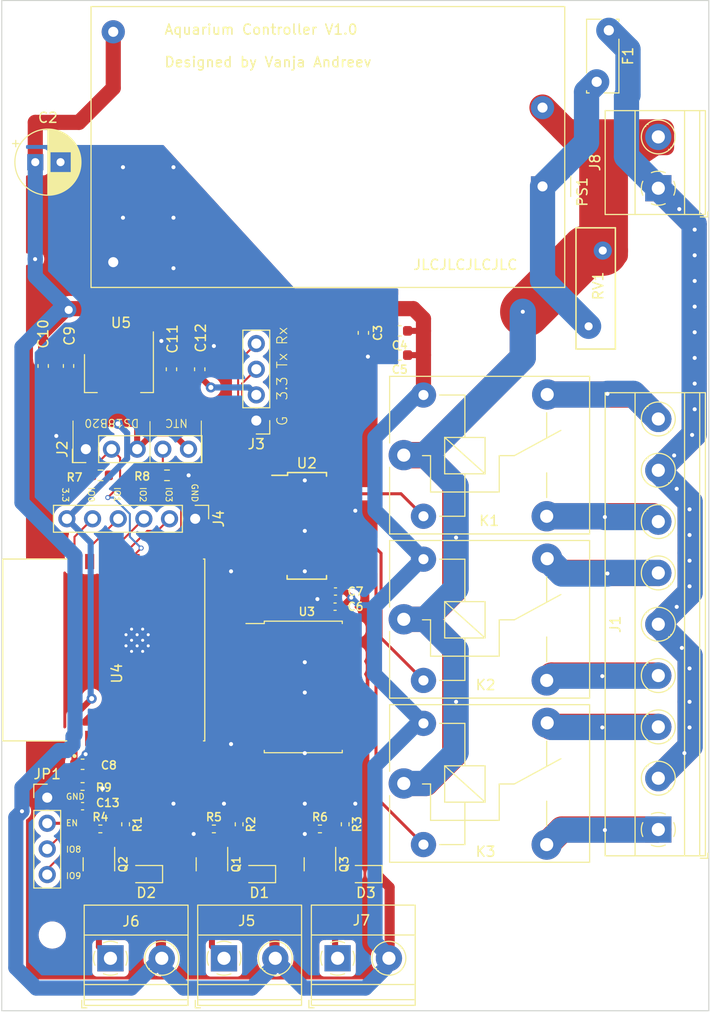
<source format=kicad_pcb>
(kicad_pcb (version 20221018) (generator pcbnew)
  (layers (0 "F.Cu" signal) (31 "B.Cu" signal) (35 "F.Paste" user) (37 "F.SilkS" user "F.Silkscreen") (38 "B.Mask" user) (39 "F.Mask" user) (44 "Edge.Cuts" user))
  (net 0 "")
  (net 1 "/rel1")
  (net 2 "+5V")
  (net 3 "/Relay1/NO")
  (net 4 "/Relay2/NC")
  (net 5 "/Relay3/NO")
  (net 6 "/Relay3/NC")
  (net 7 "/Relay1/NC")
  (net 8 "/Relay2/NO")
  (net 9 "/rel2")
  (net 10 "/rel3")
  (net 11 "/RS1")
  (net 12 "/RS2")
  (net 13 "/RS3")
  (net 14 "/RS5")
  (net 15 "/RS6")
  (net 16 "/RS7")
  (net 17 "GND")
  (net 19 "Net-(D1-A)")
  (net 20 "Net-(D2-A)")
  (net 21 "Net-(D3-A)")
  (net 22 "/rel6")
  (net 23 "/rel5")
  (net 24 "/rel7")
  (net 30 "Net-(Q1-G)")
  (net 31 "Net-(Q2-G)")
  (net 32 "Net-(Q3-G)")
  (net 33 "+3.3V")
  (net 34 "/RX")
  (net 35 "/TS1")
  (net 36 "/TS2")
  (net 37 "/TX")
  (net 39 "/IO3")
  (net 40 "/IO1")
  (net 41 "AL{slash}N")
  (net 42 "AL{slash}L")
  (net 43 "/IO0")
  (net 44 "/EN")
  (net 45 "/IO9")
  (net 46 "/IO8")
  (net 47 "Net-(#FLG04-pwr)")
  (net 48 "/IO2")
  (footprint "Capacitor_SMD:C_0603_1608Metric" (layer "F.Cu") (at 164.1 56.675 -90)
    (fp_text reference "C10")
    (fp_text value "0.1uF")
  )
  (footprint "ProjectLibrary:Converter_ACDC_HiLink_HLK-10Mxx" (layer "F.Cu") (at 213.5375 38.9 180)
    (fp_text reference "PS1")
    (fp_text value "HLK-PM01" hide)
  )
  (footprint "Connector_PinHeader_2.54mm:PinHeader_1x04_P2.54mm_Vertical" (layer "F.Cu") (at 164.5 99.4)
    (fp_text reference "JP1")
    (fp_text value "rst")
  )
  (footprint "ProjectLibrary:MODULE_ESP32-C3-WROOM-02-H4" (layer "F.Cu") (at 170.1 84.785 90)
    (fp_text reference "U4")
    (fp_text value "ESP32-C3-WROOM-02-N4")
  )
  (footprint "Diode_SMD:D_SOD-323" (layer "F.Cu") (at 185.5 106.97 180)
    (fp_text reference "D1")
    (fp_text value "1N4148WS")
  )
  (footprint "Resistor_SMD:R_0402_1005Metric" (layer "F.Cu") (at 191.5 102.5)
    (fp_text reference "R6")
    (fp_text value "10K")
  )
  (footprint "Resistor_SMD:R_0402_1005Metric" (layer "F.Cu") (at 183.5 102.04 -90)
    (fp_text reference "R2")
    (fp_text value "100")
  )
  (footprint "Diode_SMD:D_SOD-323" (layer "F.Cu") (at 196.05 106.97 180)
    (fp_text reference "D3")
    (fp_text value "1N4148WS")
  )
  (footprint "Relay_THT:Relay_SPDT_SANYOU_SRD_Series_Form_C" (layer "F.Cu") (at 199.8 65.5)
    (fp_text reference "K1")
    (fp_text value "SANYOU_SRD_Form_C")
  )
  (footprint "Capacitor_SMD:C_0603_1608Metric" (layer "F.Cu") (at 179.6 57 90)
    (fp_text reference "C12")
    (fp_text value "10uF")
  )
  (footprint "Capacitor_SMD:C_0402_1005Metric" (layer "F.Cu") (at 193.04 79)
    (fp_text reference "C7")
    (fp_text value "1uF")
  )
  (footprint "Relay_THT:Relay_SPDT_SANYOU_SRD_Series_Form_C" (layer "F.Cu") (at 199.8 81.75)
    (fp_text reference "K2")
    (fp_text value "SANYOU_SRD_Form_C")
  )
  (footprint "MountingHole:MountingHole_2.2mm_M2" (layer "F.Cu") (at 225 113)
    (fp_text reference "H4" hide)
    (fp_text value "MountingHole" hide)
  )
  (footprint "Capacitor_SMD:C_0603_1608Metric" (layer "F.Cu") (at 176.8 57 90)
    (fp_text reference "C11")
    (fp_text value "0.1uF")
  )
  (footprint "ProjectLibrary:NetTie-2_SMD_Pad0.2mm" (layer "F.Cu") (at 166.7 102.5 180)
    (fp_text reference "NT1" hide)
    (fp_text value "~" hide)
  )
  (footprint "Connector_PinHeader_2.54mm:PinHeader_1x05_P2.54mm_Vertical" (layer "F.Cu") (at 168.325 64.9095 90)
    (fp_text reference "J2")
    (fp_text value "Conn_01x03")
  )
  (footprint "Capacitor_THT:CP_Radial_D6.3mm_P2.50mm" (layer "F.Cu") (at 163.317621 36.5)
    (fp_text reference "C2")
    (fp_text value "220uF")
  )
  (footprint "Package_TO_SOT_SMD:SOT-23" (layer "F.Cu") (at 191.5 106 -90)
    (fp_text reference "Q3")
    (fp_text value "AO3400A")
  )
  (footprint "MountingHole:MountingHole_2.2mm_M2" (layer "F.Cu") (at 225 28)
    (fp_text reference "H1" hide)
    (fp_text value "MountingHole" hide)
  )
  (footprint "Resistor_SMD:R_0402_1005Metric" (layer "F.Cu") (at 169.76 102.5)
    (fp_text reference "R4")
    (fp_text value "10K")
  )
  (footprint "TerminalBlock_Phoenix:TerminalBlock_Phoenix_MKDS-1,5-2-5.08_1x02_P5.08mm_Horizontal" (layer "F.Cu") (at 225 39.08 90)
    (fp_text reference "J8")
    (fp_text value "Conn_01x02")
  )
  (footprint "Capacitor_SMD:C_0402_1005Metric" (layer "F.Cu") (at 168 100.25 180)
    (fp_text reference "C13")
    (fp_text value "1uF")
  )
  (footprint "Capacitor_SMD:C_0603_1608Metric" (layer "F.Cu") (at 199.4 53.2 180)
    (fp_text reference "C4")
    (fp_text value "10uF")
  )
  (footprint "Diode_SMD:D_SOD-323" (layer "F.Cu") (at 174.31 106.97 180)
    (fp_text reference "D2")
    (fp_text value "1N4148WS")
  )
  (footprint "Package_TO_SOT_SMD:SOT-23" (layer "F.Cu") (at 169.618 106 -90)
    (fp_text reference "Q2")
    (fp_text value "AO3400A")
  )
  (footprint "ProjectLibrary:SOIC-16W_ULN2003ADR" (layer "F.Cu") (at 190.2 72.5)
    (fp_text reference "U2")
    (fp_text value "ULN2003")
  )
  (footprint "Package_TO_SOT_SMD:SOT-223-3_TabPin2" (layer "F.Cu") (at 171.6 57.4 -90)
    (fp_text reference "U5")
    (fp_text value "AMS1117-3.3")
  )
  (footprint "Resistor_SMD:R_0402_1005Metric" (layer "F.Cu") (at 168 98.3)
    (fp_text reference "R9")
    (fp_text value "10K")
  )
  (footprint "Capacitor_SMD:C_0603_1608Metric" (layer "F.Cu") (at 166.61 56.675 -90)
    (fp_text reference "C9")
    (fp_text value "10uF")
  )
  (footprint "Resistor_SMD:R_0603_1608Metric" (layer "F.Cu") (at 176.36 67.5)
    (fp_text reference "R8")
    (fp_text value "4K7")
  )
  (footprint "TerminalBlock_Phoenix:TerminalBlock_Phoenix_MKDS-1,5-2-5.08_1x02_P5.08mm_Horizontal" (layer "F.Cu") (at 182 115.305)
    (fp_text reference "J5")
    (fp_text value "Conn_01x02")
  )
  (footprint "Resistor_SMD:R_0402_1005Metric" (layer "F.Cu") (at 172.26 102.04 -90)
    (fp_text reference "R1")
    (fp_text value "100")
  )
  (footprint "Varistor:RV_Disc_D12mm_W3.9mm_P7.5mm" (layer "F.Cu") (at 219.5 45.25 -90)
    (fp_text reference "RV1")
    (fp_text value "10D561")
  )
  (footprint "MountingHole:MountingHole_2.2mm_M2" (layer "F.Cu") (at 165 113)
    (fp_text reference "H2" hide)
    (fp_text value "MountingHole" hide)
  )
  (footprint "Resistor_SMD:R_0402_1005Metric" (layer "F.Cu") (at 181 102.5)
    (fp_text reference "R5")
    (fp_text value "10K")
  )
  (footprint "Connector_PinHeader_2.54mm:PinHeader_1x04_P2.54mm_Vertical" (layer "F.Cu") (at 185.2 62.08 180)
    (fp_text reference "J3")
    (fp_text value "Conn_01x04")
  )
  (footprint "Capacitor_SMD:C_0603_1608Metric" (layer "F.Cu") (at 195.8 53.4 -90)
    (fp_text reference "C3")
    (fp_text value "10uF")
  )
  (footprint "Relay_THT:Relay_SPDT_SANYOU_SRD_Series_Form_C" (layer "F.Cu") (at 199.8 98)
    (fp_text reference "K3")
    (fp_text value "SANYOU_SRD_Form_C")
  )
  (footprint "Capacitor_SMD:C_0603_1608Metric" (layer "F.Cu") (at 199.4 55.6 180)
    (fp_text reference "C5")
    (fp_text value "10uF")
  )
  (footprint "Capacitor_SMD:C_0402_1005Metric" (layer "F.Cu") (at 193 80.5)
    (fp_text reference "C6")
    (fp_text value "1uF")
  )
  (footprint "ProjectLibrary:NetTie-2_SMD_Pad0.2mm" (layer "F.Cu") (at 166.7 104.5 180)
    (fp_text reference "NT2" hide)
    (fp_text value "~" hide)
  )
  (footprint "TerminalBlock_Phoenix:TerminalBlock_Phoenix_MKDS-1,5-2-5.08_1x02_P5.08mm_Horizontal" (layer "F.Cu") (at 170.76 115.305)
    (fp_text reference "J6")
    (fp_text value "Conn_01x02")
  )
  (footprint "TerminalBlock_Phoenix:TerminalBlock_Phoenix_MKDS-1,5-9-5.08_1x09_P5.08mm_Horizontal" (layer "F.Cu") (at 225 102.56 90)
    (fp_text reference "J1")
    (fp_text value "Conn_01x07")
  )
  (footprint "Package_TO_SOT_SMD:SOT-23" (layer "F.Cu") (at 180.808 106 -90)
    (fp_text reference "Q1")
    (fp_text value "AO3400A")
  )
  (footprint "Resistor_SMD:R_0402_1005Metric" (layer "F.Cu") (at 194 102.04 -90)
    (fp_text reference "R3")
    (fp_text value "100")
  )
  (footprint "MountingHole:MountingHole_2.2mm_M2" (layer "F.Cu") (at 165 28)
    (fp_text reference "H3" hide)
    (fp_text value "MountingHole" hide)
  )
  (footprint "Resistor_SMD:R_0603_1608Metric" (layer "F.Cu") (at 169.775 67.5 180)
    (fp_text reference "R7")
    (fp_text value "4K7")
  )
  (footprint "Capacitor_SMD:C_0603_1608Metric" (layer "F.Cu") (at 168 96.1 180)
    (fp_text reference "C8")
    (fp_text value "1uF")
  )
  (footprint "Fuse:Fuse_Bourns_MF-RG300" (layer "F.Cu") (at 220.1 23.45 -90)
    (fp_text reference "F1")
    (fp_text value "0.5A")
  )
  (footprint "Package_SO:SOIC-20W_7.5x12.8mm_P1.27mm" (layer "F.Cu") (at 189.85 88.445)
    (fp_text reference "U3")
    (fp_text value "74HC245")
  )
  (footprint "Connector_PinHeader_2.54mm:PinHeader_1x06_P2.54mm_Vertical" (layer "F.Cu") (at 179.15 71.8 -90)
    (fp_text reference "J4")
    (fp_text value "Conn_01x04")
  )
  (footprint "TerminalBlock_Phoenix:TerminalBlock_Phoenix_MKDS-1,5-2-5.08_1x02_P5.08mm_Horizontal" (layer "F.Cu") (at 193.25 115.3)
    (fp_text reference "J7")
    (fp_text value "Conn_01x02")
  )
  (gr_line locked (start 160 20.5) (end 160 120.5) (stroke (width 0.1)) (layer "Edge.Cuts"))
  (gr_line locked (start 160 120.5) (end 230 120.5) (stroke (width 0.1)) (layer "Edge.Cuts"))
  (gr_line locked (start 230 120.5) (end 230 20.5) (stroke (width 0.1)) (layer "Edge.Cuts"))
  (gr_line locked (start 230 20.5) (end 160 20.5) (stroke (width 0.1)) (layer "Edge.Cuts"))
  (gr_text "Aquarium Controller V1.0\n\nDesigned by Vanja Andreev" (at 176.022 27.178) (layer "F.SilkS") (effects (font (size 1 1)) (justify left bottom)))
  (gr_text "JLCJLCJLCJLC" (at 200.66 47.244) (layer "F.SilkS") (effects (font (size 1 1)) (justify left bottom)))
  (segment (start 192.9 68.05) (end 192.9 69.32) (width 0.3) (layer "F.Cu") (net 1))
  (segment (start 192.75 69.325) (end 199.525 69.325) (width 0.3) (layer "F.Cu") (net 1))
  (segment (start 199.525 69.325) (end 201.75 71.55) (width 0.3) (layer "F.Cu") (net 1))
  (segment (start 175.76 115.305) (end 175.76 107.37) (width 1) (layer "F.Cu") (net 2))
  (segment (start 168.26 54.25) (end 169.3 54.25) (width 1) (layer "F.Cu") (net 2))
  (segment (start 200.175 53.2) (end 201.75 53.2) (width 0.6) (layer "F.Cu") (net 2))
  (segment (start 192.9 76.94) (end 193.54 77.58) (width 0.6) (layer "F.Cu") (net 2))
  (segment (start 175.76 107.37) (end 175.36 106.97) (width 1) (layer "F.Cu") (net 2))
  (segment (start 198.4 114.905) (end 198.4 108.27) (width 1) (layer "F.Cu") (net 2))
  (segment (start 200.175 55.6) (end 201.75 55.6) (width 0.6) (layer "F.Cu") (net 2))
  (segment (start 185.2 82.73) (end 194.5 82.73) (width 0.6) (layer "F.Cu") (net 2))
  (segment (start 201.75 59.55) (end 201.75 55.6) (width 1.5) (layer "F.Cu") (net 2))
  (segment (start 196.25 51) (end 195.8 51) (width 1.5) (layer "F.Cu") (net 2))
  (segment (start 187 107.42) (end 186.55 106.97) (width 1) (layer "F.Cu") (net 2))
  (segment (start 194.6 79.6) (end 193.7 80.5) (width 0.6) (layer "F.Cu") (net 2))
  (segment (start 201.75 52) (end 200.75 51) (width 1.5) (layer "F.Cu") (net 2))
  (segment (start 193.54 77.58) (end 193.54 78.822061) (width 0.6) (layer "F.Cu") (net 2))
  (segment (start 198 115.305) (end 198.4 114.905) (width 1) (layer "F.Cu") (net 2))
  (segment (start 164.1 53.65) (end 166.625 51.125) (width 1) (layer "F.Cu") (net 2))
  (segment (start 164.1 55.9) (end 164.1 53.65) (width 1) (layer "F.Cu") (net 2))
  (segment (start 189.5 51) (end 166.75 51) (width 1.5) (layer "F.Cu") (net 2))
  (segment (start 195.8 51) (end 189.5 51) (width 1.5) (layer "F.Cu") (net 2))
  (segment (start 171.0375 29.1653) (end 167.64 32.5628) (width 1.5) (layer "F.Cu") (net 2))
  (segment (start 167.64 32.5628) (end 163.317621 32.5628) (width 1.5) (layer "F.Cu") (net 2))
  (segment (start 194.5 81.3) (end 193.7 80.5) (width 0.6) (layer "F.Cu") (net 2))
  (segment (start 200.75 51) (end 196.25 51) (width 1.5) (layer "F.Cu") (net 2))
  (segment (start 195.8 52.625) (end 195.8 51) (width 0.6) (layer "F.Cu") (net 2))
  (segment (start 171.0375 23.6) (end 171.0375 29.1653) (width 1.5) (layer "F.Cu") (net 2))
  (segment (start 166.75 51) (end 166.625 51.125) (width 1.5) (layer "F.Cu") (net 2))
  (segment (start 163.317621 32.5628) (end 163.317621 36.5) (width 1.5) (layer "F.Cu") (net 2))
  (segment (start 198.4 108.27) (end 197.1 106.97) (width 1) (layer "F.Cu") (net 2))
  (segment (start 194.5 82.73) (end 194.5 81.3) (width 0.6) (layer "F.Cu") (net 2))
  (segment (start 187 115.305) (end 187 107.42) (width 1) (layer "F.Cu") (net 2))
  (segment (start 193.7 80.5) (end 193.5 80.5) (width 0.6) (layer "F.Cu") (net 2))
  (segment (start 166.61 55.9) (end 168.26 54.25) (width 1) (layer "F.Cu") (net 2))
  (segment (start 194.6 79.6) (end 194 79) (width 0.6) (layer "F.Cu") (net 2))
  (segment (start 201.75 53.2) (end 201.75 52) (width 1.5) (layer "F.Cu") (net 2))
  (segment (start 194 79) (end 193.54 79) (width 0.6) (layer "F.Cu") (net 2))
  (segment (start 201.75 55.6) (end 201.75 53.2) (width 1.5) (layer "F.Cu") (net 2))
  (segment (start 166.61 55.9) (end 164.1 55.9) (width 1) (layer "F.Cu") (net 2))
  (via (at 166.625 51.125) (size 1.5) (drill 0.8) (layers "F.Cu" "B.Cu") (net 2))
  (via (at 194.6 79.6) (size 0.8) (drill 0.4) (layers "F.Cu" "B.Cu") (net 2))
  (via (at 162 100.75) (size 0.8) (drill 0.4) (layers "F.Cu" "B.Cu") (net 2))
  (via (at 163.3 46.1) (size 0.8) (drill 0.4) (layers "F.Cu" "B.Cu") (net 2))
  (segment (start 201.15 92.05) (end 196.95 96.25) (width 1.5) (layer "B.Cu") (net 2))
  (segment (start 187 116) (end 184.75 118.25) (width 1.5) (layer "B.Cu") (net 2))
  (segment (start 196.9 80.5) (end 196.9 80.65) (width 1.5) (layer "B.Cu") (net 2))
  (segment (start 187.65 116) (end 187 116) (width 1.5) (layer "B.Cu") (net 2))
  (segment (start 189.9 118.25) (end 187.65 116) (width 1.5) (layer "B.Cu") (net 2))
  (segment (start 201.75 75.8) (end 201.6 75.8) (width 1.5) (layer "B.Cu") (net 2))
  (segment (start 196 118.25) (end 189.9 118.25) (width 1.5) (layer "B.Cu") (net 2))
  (segment (start 163.317621 46.117621) (end 163.317621 47.817621) (width 1.5) (layer "B.Cu") (net 2))
  (segment (start 201.15 59.55) (end 196.95 63.75) (width 1.5) (layer "B.Cu") (net 2))
  (segment (start 175.76 116.01) (end 175.76 115.305) (width 1.5) (layer "B.Cu") (net 2))
  (segment (start 175.76 115.305) (end 172.815 118.25) (width 1.5) (layer "B.Cu") (net 2))
  (segment (start 196.9 87.2) (end 201.75 92.05) (width 1.5) (layer "B.Cu") (net 2))
  (segment (start 167.25 93.15) (end 167.25 75.45) (width 1.5) (layer "B.Cu") (net 2))
  (segment (start 201.6 75.8) (end 196.9 80.5) (width 1.5) (layer "B.Cu") (net 2))
  (segment (start 165.665 94.735) (end 166.493504 94.735) (width 1.5) (layer "B.Cu") (net 2))
  (segment (start 196.95 63.75) (end 196.95 71) (width 1.5) (layer "B.Cu") (net 2))
  (segment (start 162 100.75) (end 162 98.4) (width 1.5) (layer "B.Cu") (net 2))
  (segment (start 163.3 46.1) (end 163.317621 46.117621) (width 1.5) (layer "B.Cu") (net 2))
  (segment (start 167.05 93.35) (end 167.25 93.15) (width 1.5) (layer "B.Cu") (net 2))
  (segment (start 166.493504 94.735) (end 167.05 94.178504) (width 1.5) (layer "B.Cu") (net 2))
  (segment (start 161.3916 116.2304) (end 161.3916 101.3584) (width 1.5) (layer "B.Cu") (net 2))
  (segment (start 162 70.2) (end 162 54.8) (width 1.5) (layer "B.Cu") (net 2))
  (segment (start 167.05 94.178504) (end 167.05 93.35) (width 1.5) (layer "B.Cu") (net 2))
  (segment (start 163.317621 46.082379) (end 163.3 46.1) (width 1.5) (layer "B.Cu") (net 2))
  (segment (start 198 115.305) (end 198 116.25) (width 1.5) (layer "B.Cu") (net 2))
  (segment (start 162 54.8) (end 165.675 51.125) (width 1.5) (layer "B.Cu") (net 2))
  (segment (start 198 116.25) (end 196 118.25) (width 1.5) (layer "B.Cu") (net 2))
  (segment (start 196.95 113.71) (end 198.545 115.305) (width 1.5) (layer "B.Cu") (net 2))
  (segment (start 187 116) (end 187 115.305) (width 1) (layer "B.Cu") (net 2))
  (segment (start 196.95 71) (end 201.75 75.8) (width 1.5) (layer "B.Cu") (net 2))
  (segment (start 163.317621 36.5) (end 163.317621 46.082379) (width 1.5) (layer "B.Cu") (net 2))
  (segment (start 201.75 59.55) (end 201.15 59.55) (width 1.5) (layer "B.Cu") (net 2))
  (segment (start 163.317621 47.817621) (end 166.625 51.125) (width 1.5) (layer "B.Cu") (net 2))
  (segment (start 167.25 75.45) (end 162 70.2) (width 1.5) (layer "B.Cu") (net 2))
  (segment (start 163.4112 118.25) (end 161.3916 116.2304) (width 1.5) (layer "B.Cu") (net 2))
  (segment (start 161.3916 101.3584) (end 162 100.75) (width 1.5) (layer "B.Cu") (net 2))
  (segment (start 165.675 51.125) (end 166.625 51.125) (width 1.5) (layer "B.Cu") (net 2))
  (segment (start 162 98.4) (end 165.665 94.735) (width 1.5) (layer "B.Cu") (net 2))
  (segment (start 178 118.25) (end 175.76 116.01) (width 1.5) (layer "B.Cu") (net 2))
  (segment (start 172.815 118.25) (end 163.4112 118.25) (width 1.5) (layer "B.Cu") (net 2))
  (segment (start 184.75 118.25) (end 178 118.25) (width 1.5) (layer "B.Cu") (net 2))
  (segment (start 195.35 80.35) (end 197.2 80.35) (width 0.6) (layer "B.Cu") (net 2))
  (segment (start 201.75 92.05) (end 201.15 92.05) (width 1.5) (layer "B.Cu") (net 2))
  (segment (start 196.9 80.65) (end 196.9 87.2) (width 1.5) (layer "B.Cu") (net 2))
  (segment (start 194.6 79.6) (end 195.35 80.35) (width 0.6) (layer "B.Cu") (net 2))
  (segment (start 196.95 96.25) (end 196.95 113.71) (width 1.5) (layer "B.Cu") (net 2))
  (segment (start 198.545 115.305) (end 198 115.305) (width 1) (layer "B.Cu") (net 2))
  (segment (start 220.028 59.5) (end 222.58 59.5) (width 2.6) (layer "F.Cu") (net 3))
  (segment (start 214 59.5) (end 219.9 59.5) (width 2.6) (layer "F.Cu") (net 3))
  (segment (start 222.58 59.5) (end 225 61.92) (width 2.6) (layer "F.Cu") (net 3))
  (via (at 219.964 59.436) (size 0.8) (drill 0.4) (layers "F.Cu" "B.Cu") (net 3))
  (segment (start 214 59.5) (end 219.9 59.5) (width 2.6) (layer "B.Cu") (net 3))
  (segment (start 222.516 59.436) (end 219.964 59.436) (width 2.6) (layer "B.Cu") (net 3))
  (segment (start 225 61.92) (end 222.516 59.436) (width 2.6) (layer "B.Cu") (net 3))
  (segment (start 219.512 87.32) (end 225 87.32) (width 2.6) (layer "F.Cu") (net 4))
  (segment (start 214.43 87.32) (end 219.4 87.32) (width 2.6) (layer "F.Cu") (net 4))
  (segment (start 213.95 87.8) (end 214.43 87.32) (width 2.6) (layer "F.Cu") (net 4))
  (via (at 219.456 87.376) (size 0.8) (drill 0.4) (layers "F.Cu" "B.Cu") (net 4))
  (segment (start 219.456 87.376) (end 224.944 87.376) (width 2.5) (layer "B.Cu") (net 4))
  (segment (start 219.456 87.376) (end 214.374 87.376) (width 2.5) (layer "B.Cu") (net 4))
  (segment (start 224.944 87.376) (end 225 87.32) (width 2.5) (layer "B.Cu") (net 4))
  (segment (start 214.374 87.376) (end 213.95 87.8) (width 2.5) (layer "B.Cu") (net 4))
  (segment (start 219.512 92.4) (end 225 92.4) (width 2.6) (layer "F.Cu") (net 5))
  (segment (start 214.4 92.4) (end 219.4 92.4) (width 2.6) (layer "F.Cu") (net 5))
  (segment (start 214 92) (end 214.4 92.4) (width 2.6) (layer "F.Cu") (net 5))
  (via (at 219.456 92.456) (size 0.8) (drill 0.4) (layers "F.Cu" "B.Cu") (net 5))
  (segment (start 219.456 92.456) (end 224.944 92.456) (width 2.5) (layer "B.Cu") (net 5))
  (segment (start 219.456 92.456) (end 214.456 92.456) (width 2.5) (layer "B.Cu") (net 5))
  (segment (start 224.944 92.456) (end 225 92.4) (width 2.5) (layer "B.Cu") (net 5))
  (segment (start 214.456 92.456) (end 214 92) (width 2.5) (layer "B.Cu") (net 5))
  (segment (start 213.95 104.05) (end 215.44 102.56) (width 2.6) (layer "F.Cu") (net 6))
  (segment (start 215.44 102.56) (end 219.654 102.56) (width 2.6) (layer "F.Cu") (net 6))
  (segment (start 219.766 102.56) (end 225 102.56) (width 2.6) (layer "F.Cu") (net 6))
  (via (at 219.71 102.616) (size 0.8) (drill 0.4) (layers "F.Cu" "B.Cu") (net 6))
  (segment (start 224.944 102.616) (end 225 102.56) (width 2.5) (layer "B.Cu") (net 6))
  (segment (start 219.71 102.616) (end 215.384 102.616) (width 2.5) (layer "B.Cu") (net 6))
  (segment (start 215.384 102.616) (end 213.95 104.05) (width 2.5) (layer "B.Cu") (net 6))
  (segment (start 219.71 102.616) (end 224.944 102.616) (width 2.5) (layer "B.Cu") (net 6))
  (segment (start 224.47 71.55) (end 225 72.08) (width 2.6) (layer "F.Cu") (net 7))
  (segment (start 213.95 71.55) (end 219.632 71.55) (width 2.6) (layer "F.Cu") (net 7))
  (segment (start 219.788 71.55) (end 224.47 71.55) (width 2.6) (layer "F.Cu") (net 7))
  (via (at 219.71 71.628) (size 0.8) (drill 0.4) (layers "F.Cu" "B.Cu") (net 7))
  (segment (start 224.548 71.628) (end 219.71 71.628) (width 2.6) (layer "B.Cu") (net 7))
  (segment (start 213.95 71.55) (end 219.632 71.55) (width 2.6) (layer "B.Cu") (net 7))
  (segment (start 225 72.08) (end 224.548 71.628) (width 2.6) (layer "B.Cu") (net 7))
  (segment (start 215.41 77.16) (end 219.908 77.16) (width 2.6) (layer "F.Cu") (net 8))
  (segment (start 220.02 77.16) (end 225 77.16) (width 2.6) (layer "F.Cu") (net 8))
  (segment (start 214 75.75) (end 215.41 77.16) (width 2.6) (layer "F.Cu") (net 8))
  (via (at 219.964 77.216) (size 0.8) (drill 0.4) (layers "F.Cu" "B.Cu") (net 8))
  (segment (start 219.964 77.216) (end 215.466 77.216) (width 2.6) (layer "B.Cu") (net 8))
  (segment (start 215.466 77.216) (end 214 75.75) (width 2.6) (layer "B.Cu") (net 8))
  (segment (start 225 77.16) (end 220.02 77.16) (width 2.6) (layer "B.Cu") (net 8))
  (segment (start 192.9 70.59) (end 192.9 71.86) (width 0.3) (layer "F.Cu") (net 9))
  (segment (start 197.55 75.215) (end 197.55 83.6) (width 0.3) (layer "F.Cu") (net 9))
  (segment (start 194.2 71.865) (end 197.55 75.215) (width 0.3) (layer "F.Cu") (net 9))
  (segment (start 197.55 83.6) (end 201.75 87.8) (width 0.3) (layer "F.Cu") (net 9))
  (segment (start 192.75 71.865) (end 194.2 71.865) (width 0.3) (layer "F.Cu") (net 9))
  (segment (start 192.75 74.405) (end 194.2 74.405) (width 0.3) (layer "F.Cu") (net 10))
  (segment (start 192.9 73.13) (end 192.9 74.4) (width 0.3) (layer "F.Cu") (net 10))
  (segment (start 197.05 77.255) (end 197.05 99.35) (width 0.3) (layer "F.Cu") (net 10))
  (segment (start 194.2 74.405) (end 197.05 77.255) (width 0.3) (layer "F.Cu") (net 10))
  (segment (start 197.05 99.35) (end 201.75 104.05) (width 0.3) (layer "F.Cu") (net 10))
  (segment (start 167.25 103.211264) (end 167.25 104.2) (width 0.3) (layer "F.Cu") (net 11))
  (segment (start 178.5 92.1) (end 182.987893 92.1) (width 0.3) (layer "F.Cu") (net 11))
  (segment (start 177.7 93.535) (end 177.7 93.835) (width 0.3) (layer "F.Cu") (net 11))
  (segment (start 177.65 92.95) (end 178.5 92.1) (width 0.3) (layer "F.Cu") (net 11))
  (segment (start 169.37 101.63) (end 168.831264 101.63) (width 0.3) (layer "F.Cu") (net 11))
  (segment (start 177.65 93.535) (end 177.65 92.95) (width 0.3) (layer "F.Cu") (net 11))
  (segment (start 175.5 95.5) (end 169.37 101.63) (width 0.3) (layer "F.Cu") (net 11))
  (segment (start 168.831264 101.63) (end 167.25 103.211264) (width 0.3) (layer "F.Cu") (net 11))
  (segment (start 167.25 104.2) (end 166.95 104.5) (width 0.3) (layer "F.Cu") (net 11))
  (segment (start 184.737893 90.35) (end 185.2 90.35) (width 0.3) (layer "F.Cu") (net 11))
  (segment (start 176.035 95.5) (end 175.5 95.5) (width 0.3) (layer "F.Cu") (net 11))
  (segment (start 182.987893 92.1) (end 184.737893 90.35) (width 0.3) (layer "F.Cu") (net 11))
  (segment (start 185.2 90.35) (end 185.2 89.08) (width 0.3) (layer "F.Cu") (net 11))
  (segment (start 177.7 93.835) (end 176.035 95.5) (width 0.3) (layer "F.Cu") (net 11))
  (segment (start 180.4 91.6) (end 184.19 87.81) (width 0.3) (layer "F.Cu") (net 12))
  (segment (start 176.2 93.535) (end 176.2 93.935) (width 0.3) (layer "F.Cu") (net 12))
  (segment (start 176.2 93.935) (end 175.5 94.635) (width 0.3) (layer "F.Cu") (net 12))
  (segment (start 175.365 94.635) (end 169.31 100.69) (width 0.3) (layer "F.Cu") (net 12))
  (segment (start 168.37 101.13) (end 167 102.5) (width 0.3) (layer "F.Cu") (net 12))
  (segment (start 175.5 94.635) (end 175.365 94.635) (width 0.3) (layer "F.Cu") (net 12))
  (segment (start 167 102.5) (end 166.95 102.5) (width 0.3) (layer "F.Cu") (net 12))
  (segment (start 177.785 91.6) (end 180.4 91.6) (width 0.3) (layer "F.Cu") (net 12))
  (segment (start 176.15 93.535) (end 176.15 93.235) (width 0.3) (layer "F.Cu") (net 12))
  (segment (start 184.19 87.81) (end 185.2 87.81) (width 0.3) (layer "F.Cu") (net 12))
  (segment (start 176.15 93.235) (end 177.785 91.6) (width 0.3) (layer "F.Cu") (net 12))
  (segment (start 169.31 100.705807) (end 168.885807 101.13) (width 0.3) (layer "F.Cu") (net 12))
  (segment (start 168.885807 101.13) (end 168.37 101.13) (width 0.3) (layer "F.Cu") (net 12))
  (segment (start 185.2 87.81) (end 185.2 86.54) (width 0.3) (layer "F.Cu") (net 12))
  (segment (start 169.31 100.69) (end 169.31 100.705807) (width 0.3) (layer "F.Cu") (net 12))
  (segment (start 174.65 93.3) (end 176.85 91.1) (width 0.3) (layer "F.Cu") (net 13))
  (segment (start 184.53 85.27) (end 185.2 85.27) (width 0.3) (layer "F.Cu") (net 13))
  (segment (start 185.2 85.27) (end 185.2 84) (width 0.3) (layer "F.Cu") (net 13))
  (segment (start 178.7 91.1) (end 184.53 85.27) (width 0.3) (layer "F.Cu") (net 13))
  (segment (start 176.85 91.1) (end 178.7 91.1) (width 0.3) (layer "F.Cu") (net 13))
  (segment (start 174.65 93.535) (end 174.65 93.3) (width 0.3) (layer "F.Cu") (net 13))
  (segment (start 187.025 74.405) (end 187.5 74.405) (width 0.3) (layer "F.Cu") (net 14))
  (segment (start 173.9 92.435) (end 173.2 93.135) (width 0.3) (layer "F.Cu") (net 14))
  (segment (start 185.5 75.93) (end 187.025 74.405) (width 0.3) (layer "F.Cu") (net 14))
  (segment (start 185.5 80.415051) (end 185.5 75.93) (width 0.3) (layer "F.Cu") (net 14))
  (segment (start 187.5 74.405) (end 187.5 73.135) (width 0.3) (layer "F.Cu") (net 14))
  (segment (start 174.3 92.435) (end 173.9 92.435) (width 0.3) (layer "F.Cu") (net 14))
  (segment (start 174.3 92.435) (end 183.625 83.11) (width 0.3) (layer "F.Cu") (net 14))
  (segment (start 173.2 93.135) (end 173.2 93.535) (width 0.3) (layer "F.Cu") (net 14))
  (segment (start 183.625 82.290051) (end 185.5 80.415051) (width 0.3) (layer "F.Cu") (net 14))
  (segment (start 183.625 83.11) (end 183.625 82.290051) (width 0.3) (layer "F.Cu") (net 14))
  (segment (start 187.5 71.865) (end 187.5 70.595) (width 0.3) (layer "F.Cu") (net 15))
  (segment (start 185 79.935) (end 185 73.86) (width 0.3) (layer "F.Cu") (net 15))
  (segment (start 171.7 93.235) (end 185 79.935) (width 0.3) (layer "F.Cu") (net 15))
  (segment (start 186.995 71.865) (end 187.5 71.865) (width 0.3) (layer "F.Cu") (net 15))
  (segment (start 185 73.86) (end 186.995 71.865) (width 0.3) (layer "F.Cu") (net 15))
  (segment (start 171.7 93.535) (end 171.7 93.235) (width 0.3) (layer "F.Cu") (net 15))
  (segment (start 184.5 78.935) (end 184.5 71.82) (width 0.3) (layer "F.Cu") (net 16))
  (segment (start 170.2 93.535) (end 170.2 93.235) (width 0.3) (layer "F.Cu") (net 16))
  (segment (start 187.5 69.325) (end 187.5 68.055) (width 0.3) (layer "F.Cu") (net 16))
  (segment (start 186.995 69.325) (end 187.5 69.325) (width 0.3) (layer "F.Cu") (net 16))
  (segment (start 184.5 71.82) (end 186.995 69.325) (width 0.3) (layer "F.Cu") (net 16))
  (segment (start 170.2 93.235) (end 184.5 78.935) (width 0.3) (layer "F.Cu") (net 16))
  (segment (start 195.8 54.175) (end 197.2 54.175) (width 0.6) (layer "F.Cu") (net 17))
  (segment (start 198.475 55.75) (end 198.625 55.6) (width 0.6) (layer "F.Cu") (net 17))
  (segment (start 168.48 100) (end 168.5 100) (width 0.5) (layer "F.Cu") (net 17))
  (via (at 182.7 77) (size 0.8) (drill 0.4) (layers "F.Cu" "B.Cu") (net 17))
  (via (at 195 100) (size 0.8) (drill 0.4) (layers "F.Cu" "B.Cu") (net 17))
  (via (at 181 54.7) (size 0.8) (drill 0.4) (layers "F.Cu" "B.Cu") (net 17))
  (via (at 175.8 54.2) (size 0.8) (drill 0.4) (layers "F.Cu" "B.Cu") (net 17))
  (via (at 190 103) (size 0.8) (drill 0.4) (layers "F.Cu" "B.Cu") (net 17))
  (via (at 190 95) (size 0.8) (drill 0.4) (layers "F.Cu" "B.Cu") (net 17))
  (via (at 190 86) (size 0.8) (drill 0.4) (layers "F.Cu" "B.Cu") (net 17))
  (via (at 190 77) (size 0.8) (drill 0.4) (layers "F.Cu" "B.Cu") (net 17))
  (via (at 190 100) (size 0.8) (drill 0.4) (layers "F.Cu" "B.Cu") (net 17))
  (via (at 190 73) (size 0.8) (drill 0.4) (layers "F.Cu" "B.Cu") (net 17))
  (via (at 172 42) (size 0.8) (drill 0.4) (layers "F.Cu" "B.Cu") (net 17))
  (via (at 182.7 94.1) (size 0.8) (drill 0.4) (layers "F.Cu" "B.Cu") (net 17))
  (via (at 190 68) (size 0.8) (drill 0.4) (layers "F.Cu" "B.Cu") (net 17))
  (via (at 177 100) (size 0.8) (drill 0.4) (layers "F.Cu" "B.Cu") (net 17))
  (via (at 177 42) (size 0.8) (drill 0.4) (layers "F.Cu" "B.Cu") (net 17))
  (via (at 191.25 79.75) (size 0.8) (drill 0.4) (layers "F.Cu" "B.Cu") (net 17))
  (via (at 196.25 55.75) (size 0.8) (drill 0.4) (layers "F.Cu" "B.Cu") (net 17))
  (via (at 165.4 63.6) (size 0.8) (drill 0.4) (layers "F.Cu" "B.Cu") (net 17))
  (via (at 170 98.5) (size 0.8) (drill 0.4) (layers "F.Cu" "B.Cu") (net 17))
  (via (at 177 47) (size 0.8) (drill 0.4) (layers "F.Cu" "B.Cu") (net 17))
  (via (at 172 37) (size 0.8) (drill 0.4) (layers "F.Cu" "B.Cu") (net 17))
  (via (at 182 100) (size 0.8) (drill 0.4) (layers "F.Cu" "B.Cu") (net 17))
  (via (at 195 71) (size 0.8) (drill 0.4) (layers "F.Cu" "B.Cu") (net 17))
  (via (at 190 89) (size 0.8) (drill 0.4) (layers "F.Cu" "B.Cu") (net 17))
  (via (at 179 103) (size 0.8) (drill 0.4) (layers "F.Cu" "B.Cu") (net 17))
  (via (at 168.3 95.1) (size 0.8) (drill 0.4) (layers "F.Cu" "B.Cu") (net 17))
  (via (at 178.5 67.5) (size 0.8) (drill 0.4) (layers "F.Cu" "B.Cu") (net 17))
  (via (at 177 37) (size 0.8) (drill 0.4) (layers "F.Cu" "B.Cu") (net 17))
  (segment (start 184.45 106.97) (end 180.8405 106.97) (width 0.6) (layer "F.Cu") (net 19))
  (segment (start 180.8405 106.97) (end 180.808 106.9375) (width 0.6) (layer "F.Cu") (net 19))
  (segment (start 180.808 114.113) (end 180.808 106.9375) (width 0.6) (layer "F.Cu") (net 19))
  (segment (start 182 115.305) (end 180.808 114.113) (width 0.6) (layer "F.Cu") (net 19))
  (segment (start 170.76 115.305) (end 169.618 114.163) (width 0.6) (layer "F.Cu") (net 20))
  (segment (start 173.2275 106.9375) (end 173.26 106.97) (width 0.6) (layer "F.Cu") (net 20))
  (segment (start 169.618 114.163) (end 169.618 106.9375) (width 0.6) (layer "F.Cu") (net 20))
  (segment (start 169.618 106.9375) (end 173.2275 106.9375) (width 0.6) (layer "F.Cu") (net 20))
  (segment (start 193.5325 108.4375) (end 195 106.97) (width 0.6) (layer "F.Cu") (net 21))
  (segment (start 191.5 106.9375) (end 193 108.4375) (width 0.6) (layer "F.Cu") (net 21))
  (segment (start 193 108.4375) (end 193.5325 108.4375) (width 0.6) (layer "F.Cu") (net 21))
  (segment (start 193 108.4375) (end 193 115.305) (width 0.6) (layer "F.Cu") (net 21))
  (segment (start 194.037893 89.08) (end 183.5 99.617893) (width 0.3) (layer "F.Cu") (net 22))
  (segment (start 183.5 99.617893) (end 183.5 101.53) (width 0.3) (layer "F.Cu") (net 22))
  (segment (start 194.5 89.08) (end 194.037893 89.08) (width 0.3) (layer "F.Cu") (net 22))
  (segment (start 194.5 87.81) (end 194.5 89.08) (width 0.3) (layer "F.Cu") (net 22))
  (segment (start 194.5 86.54) (end 194.037893 86.54) (width 0.3) (layer "F.Cu") (net 23))
  (segment (start 176.75 96.25) (end 172.26 100.74) (width 0.3) (layer "F.Cu") (net 23))
  (segment (start 172.26 100.74) (end 172.26 101.53) (width 0.3) (layer "F.Cu") (net 23))
  (segment (start 185.25 96.25) (end 176.75 96.25) (width 0.3) (layer "F.Cu") (net 23))
  (segment (start 194.037893 86.54) (end 186.775 93.802893) (width 0.3) (layer "F.Cu") (net 23))
  (segment (start 186.775 94.725) (end 185.25 96.25) (width 0.3) (layer "F.Cu") (net 23))
  (segment (start 186.775 93.802893) (end 186.775 94.725) (width 0.3) (layer "F.Cu") (net 23))
  (segment (start 194.5 85.27) (end 194.5 86.54) (width 0.3) (layer "F.Cu") (net 23))
  (segment (start 194.5 90.35) (end 194.5 91.62) (width 0.3) (layer "F.Cu") (net 24))
  (segment (start 193.125 92.532893) (end 193.125 100.655) (width 0.3) (layer "F.Cu") (net 24))
  (segment (start 193.125 100.655) (end 194 101.53) (width 0.3) (layer "F.Cu") (net 24))
  (segment (start 194.037893 91.62) (end 193.125 92.532893) (width 0.3) (layer "F.Cu") (net 24))
  (segment (start 194.5 91.62) (end 194.037893 91.62) (width 0.3) (layer "F.Cu") (net 24))
  (segment (start 183.5 102.55) (end 181.56 102.55) (width 0.3) (layer "F.Cu") (net 30))
  (segment (start 181.758 102.748) (end 181.51 102.5) (width 0.3) (layer "F.Cu") (net 30))
  (segment (start 181.758 105.0625) (end 181.758 102.748) (width 0.3) (layer "F.Cu") (net 30))
  (segment (start 181.56 102.55) (end 181.51 102.5) (width 0.3) (layer "F.Cu") (net 30))
  (segment (start 170.568 102.798) (end 170.27 102.5) (width 0.3) (layer "F.Cu") (net 31))
  (segment (start 170.32 102.55) (end 170.27 102.5) (width 0.3) (layer "F.Cu") (net 31))
  (segment (start 170.568 105.0625) (end 170.568 102.798) (width 0.3) (layer "F.Cu") (net 31))
  (segment (start 172.26 102.55) (end 170.32 102.55) (width 0.3) (layer "F.Cu") (net 31))
  (segment (start 192.01 102.5) (end 192.01 104.6225) (width 0.3) (layer "F.Cu") (net 32))
  (segment (start 192.01 104.6225) (end 192.45 105.0625) (width 0.3) (layer "F.Cu") (net 32))
  (segment (start 192.06 102.55) (end 192.01 102.5) (width 0.3) (layer "F.Cu") (net 32))
  (segment (start 194 102.55) (end 192.06 102.55) (width 0.3) (layer "F.Cu") (net 32))
  (segment (start 179.6 57.775) (end 179.675 57.775) (width 0.6) (layer "F.Cu") (net 33))
  (segment (start 179.675 57.775) (end 180.7 58.8) (width 0.6) (layer "F.Cu") (net 33))
  (segment (start 173.405 62.355) (end 173.405 61.17) (width 0.6) (layer "F.Cu") (net 33))
  (segment (start 176.935 63.3595) (end 178.485 64.9095) (width 0.6) (layer "F.Cu") (net 33))
  (segment (start 171.6 62.3) (end 171.5 62.4) (width 0.6) (layer "F.Cu") (net 33))
  (segment (start 167.2 91.2995) (end 167.2 93.535) (width 0.6) (layer "F.Cu") (net 33))
  (segment (start 167.225 96.1) (end 167.2 96.075) (width 0.6) (layer "F.Cu") (net 33))
  (segment (start 176.8 57.775) (end 179.6 57.775) (width 0.6) (layer "F.Cu") (net 33))
  (segment (start 173.405 62.355) (end 173.405 64.9095) (width 0.6) (layer "F.Cu") (net 33))
  (segment (start 170.6 67.65) (end 170.6 67.4) (width 0.6) (layer "F.Cu") (net 33))
  (segment (start 167.2 96.075) (end 167.2 93.535) (width 0.6) (layer "F.Cu") (net 33))
  (segment (start 174.955 63.3595) (end 176.935 63.3595) (width 0.6) (layer "F.Cu") (net 33))
  (segment (start 171.6 60.55) (end 171.6 62.3) (width 0.6) (layer "F.Cu") (net 33))
  (segment (start 173.405 64.9095) (end 174.955 63.3595) (width 0.6) (layer "F.Cu") (net 33))
  (segment (start 166.45 71.8) (end 170.6 67.65) (width 0.6) (layer "F.Cu") (net 33))
  (segment (start 167.49 96.365) (end 167.225 96.1) (width 0.6) (layer "F.Cu") (net 33))
  (segment (start 167.49 98.3) (end 167.49 96.365) (width 0.6) (layer "F.Cu") (net 33))
  (segment (start 168.8995 89.6) (end 167.2 91.2995) (width 0.6) (layer "F.Cu") (net 33))
  (segment (start 171.6 54.25) (end 171.6 60.55) (width 0.6) (layer "F.Cu") (net 33))
  (segment (start 173.405 61.17) (end 176.8 57.775) (width 0.6) (layer "F.Cu") (net 33))
  (via (at 168.8995 89.6) (size 1) (drill 0.5) (layers "F.Cu" "B.Cu") (net 33))
  (via (at 180.7 58.8) (size 1) (drill 0.5) (layers "F.Cu" "B.Cu") (net 33))
  (via (at 171.5 62.4) (size 1) (drill 0.5) (layers "F.Cu" "B.Cu") (net 33))
  (segment (start 171.5 62.4) (end 172.415 63.315) (width 0.6) (layer "B.Cu") (net 33))
  (segment (start 180.7 58.8) (end 184.46 58.8) (width 0.6) (layer "B.Cu") (net 33))
  (segment (start 172.415 63.315) (end 172.415 65.835) (width 0.6) (layer "B.Cu") (net 33))
  (segment (start 168.8 74.15) (end 166.45 71.8) (width 0.6) (layer "B.Cu") (net 33))
  (segment (start 172.415 65.835) (end 166.45 71.8) (width 0.6) (layer "B.Cu") (net 33))
  (segment (start 168.8995 89.6) (end 168.8 89.5005) (width 0.6) (layer "B.Cu") (net 33))
  (segment (start 168.8 89.5005) (end 168.8 74.15) (width 0.6) (layer "B.Cu") (net 33))
  (segment (start 184.46 58.8) (end 185.2 59.54) (width 0.6) (layer "B.Cu") (net 33))
  (segment (start 177.635 74.3) (end 180 74.3) (width 0.2) (layer "F.Cu") (net 34))
  (segment (start 183.4 70.9) (end 183.4 56.26) (width 0.2) (layer "F.Cu") (net 34))
  (segment (start 183.4 56.26) (end 185.2 54.46) (width 0.2) (layer "F.Cu") (net 34))
  (segment (start 176.2 75.735) (end 177.635 74.3) (width 0.2) (layer "F.Cu") (net 34))
  (segment (start 180 74.3) (end 183.4 70.9) (width 0.2) (layer "F.Cu") (net 34))
  (segment (start 176.2 76.035) (end 176.2 75.735) (width 0.2) (layer "F.Cu") (net 34))
  (segment (start 175.6 68.5) (end 175.6 67.465) (width 0.2) (layer "F.Cu") (net 35))
  (segment (start 174.7 76.035) (end 174.7 75.735) (width 0.2) (layer "F.Cu") (net 35))
  (segment (start 177.76 70.66) (end 175.6 68.5) (width 0.2) (layer "F.Cu") (net 35))
  (segment (start 174.7 75.735) (end 177.76 72.675) (width 0.2) (layer "F.Cu") (net 35))
  (segment (start 175.6 67.465) (end 175.535 67.4) (width 0.2) (layer "F.Cu") (net 35))
  (segment (start 177.76 72.675) (end 177.76 70.66) (width 0.2) (layer "F.Cu") (net 35))
  (segment (start 175.535 67.4) (end 175.945 66.99) (width 0.2) (layer "F.Cu") (net 35))
  (segment (start 175.945 66.99) (end 175.945 64.9095) (width 0.2) (layer "F.Cu") (net 35))
  (segment (start 173.2 75.3) (end 173.8 74.7) (width 0.2) (layer "F.Cu") (net 36))
  (segment (start 168.95 67.4) (end 168.95 66.8245) (width 0.2) (layer "F.Cu") (net 36))
  (segment (start 171.715 65.7595) (end 170.865 64.9095) (width 0.2) (layer "F.Cu") (net 36))
  (segment (start 171.715 68.485) (end 171.715 65.7595) (width 0.2) (layer "F.Cu") (net 36))
  (segment (start 168.95 66.8245) (end 170.865 64.9095) (width 0.2) (layer "F.Cu") (net 36))
  (segment (start 170.5 69.7) (end 171.715 68.485) (width 0.2) (layer "F.Cu") (net 36))
  (segment (start 173.2 76.035) (end 173.2 75.3) (width 0.2) (layer "F.Cu") (net 36))
  (via (at 173.8 74.7) (size 0.5) (drill 0.3) (layers "F.Cu" "B.Cu") (net 36))
  (via (at 170.5 69.7) (size 0.5) (drill 0.3) (layers "F.Cu" "B.Cu") (net 36))
  (segment (start 173.8 74.7) (end 172.68 73.58) (width 0.2) (layer "B.Cu") (net 36))
  (segment (start 171.056346 69.7) (end 170.5 69.7) (width 0.2) (layer "B.Cu") (net 36))
  (segment (start 172.68 73.58) (end 172.68 71.323654) (width 0.2) (layer "B.Cu") (net 36))
  (segment (start 172.68 71.323654) (end 171.056346 69.7) (width 0.2) (layer "B.Cu") (net 36))
  (segment (start 179.965 74.935) (end 183.8 71.1) (width 0.2) (layer "F.Cu") (net 37))
  (segment (start 183.8 71.1) (end 183.8 58.4) (width 0.2) (layer "F.Cu") (net 37))
  (segment (start 177.7 76.035) (end 177.7 75.635) (width 0.2) (layer "F.Cu") (net 37))
  (segment (start 178.4 74.935) (end 179.965 74.935) (width 0.2) (layer "F.Cu") (net 37))
  (segment (start 183.8 58.4) (end 185.2 57) (width 0.2) (layer "F.Cu") (net 37))
  (segment (start 177.7 75.635) (end 178.4 74.935) (width 0.2) (layer "F.Cu") (net 37))
  (segment (start 171.7 75.7) (end 174.4 73) (width 0.2) (layer "F.Cu") (net 39))
  (segment (start 171.7 76.035) (end 171.7 75.7) (width 0.2) (layer "F.Cu") (net 39))
  (segment (start 175.41 73) (end 176.61 71.8) (width 0.2) (layer "F.Cu") (net 39))
  (segment (start 174.4 73) (end 175.41 73) (width 0.2) (layer "F.Cu") (net 39))
  (segment (start 168.7 76.035) (end 168.7 74.63) (width 0.2) (layer "F.Cu") (net 40))
  (segment (start 168.7 74.63) (end 171.53 71.8) (width 0.2) (layer "F.Cu") (net 40))
  (segment (start 201.968 81.75) (end 199.8 81.75) (width 2.5) (layer "F.Cu") (net 41))
  (segment (start 211.582 55.83932) (end 201.92132 65.5) (width 2.6) (layer "F.Cu") (net 41))
  (segment (start 201.92132 65.5) (end 204.85 68.42868) (width 2.5) (layer "F.Cu") (net 41))
  (segment (start 201.92132 65.5) (end 199.8 65.5) (width 2.6) (layer "F.Cu") (net 41))
  (segment (start 211.582 51.308) (end 211.582 55.83932) (width 2.6) (layer "F.Cu") (net 41))
  (segment (start 204.85 95.15) (end 202 98) (width 2.5) (layer "F.Cu") (net 41))
  (segment (start 202 98) (end 199.8 98) (width 2.5) (layer "F.Cu") (net 41))
  (segment (start 204.85 84.67868) (end 204.85 89.788) (width 2.5) (layer "F.Cu") (net 41))
  (segment (start 199.8 81.75) (end 201.92132 81.75) (width 2.5) (layer "F.Cu") (net 41))
  (segment (start 202 65.5) (end 199.8 65.5) (width 2.6) (layer "F.Cu") (net 41))
  (segment (start 217.894 45.25) (end 211.836 51.308) (width 5) (layer "F.Cu") (net 41))
  (segment (start 204.85 68.42868) (end 204.85 73.532) (width 2.5) (layer "F.Cu") (net 41))
  (segment (start 223.161523 34) (end 219.5 37.661523) (width 2.6) (layer "F.Cu") (net 41))
  (segment (start 219.5 37.0625) (end 213.5375 31.1) (width 2.6) (layer "F.Cu") (net 41))
  (segment (start 201.92132 81.75) (end 204.85 84.67868) (width 2.5) (layer "F.Cu") (net 41))
  (segment (start 219.5 45.25) (end 217.894 45.25) (width 5) (layer "F.Cu") (net 41))
  (segment (start 211.836 51.308) (end 211.582 51.308) (width 2.6) (layer "F.Cu") (net 41))
  (segment (start 204.85 78.868) (end 201.968 81.75) (width 2.5) (layer "F.Cu") (net 41))
  (segment (start 204.85 90.044) (end 204.85 95.15) (width 2.5) (layer "F.Cu") (net 41))
  (segment (start 219.5 37.661523) (end 219.5 37.0625) (width 2.6) (layer "F.Cu") (net 41))
  (segment (start 225 34) (end 223.161523 34) (width 2.6) (layer "F.Cu") (net 41))
  (segment (start 219.5 37.661523) (end 219.5 45.25) (width 3) (layer "F.Cu") (net 41))
  (segment (start 204.85 73.788) (end 204.85 78.868) (width 2.5) (layer "F.Cu") (net 41))
  (via (at 204.978 89.916) (size 0.8) (drill 0.4) (layers "F.Cu" "B.Cu") (net 41))
  (via (at 204.978 73.66) (size 0.8) (drill 0.4) (layers "F.Cu" "B.Cu") (net 41))
  (via (at 211.582 51.308) (size 0.8) (drill 0.4) (layers "F.Cu" "B.Cu") (net 41))
  (segment (start 204.978 73.66) (end 204.978 68.55668) (width 2.5) (layer "B.Cu") (net 41))
  (segment (start 204.978 73.66) (end 204.978 78.69332) (width 2.5) (layer "B.Cu") (net 41))
  (segment (start 204.978 78.69332) (end 201.92132 81.75) (width 2.5) (layer "B.Cu") (net 41))
  (segment (start 211.582 51.308) (end 211.582 55.83932) (width 2.6) (layer "B.Cu") (net 41))
  (segment (start 204.978 84.80668) (end 201.92132 81.75) (width 2.5) (layer "B.Cu") (net 41))
  (segment (start 204.978 94.94332) (end 201.92132 98) (width 2.5) (layer "B.Cu") (net 41))
  (segment (start 201.92132 98) (end 199.8 98) (width 2.5) (layer "B.Cu") (net 41))
  (segment (start 204.978 89.916) (end 204.978 84.80668) (width 2.5) (layer "B.Cu") (net 41))
  (segment (start 211.582 55.83932) (end 201.92132 65.5) (width 2.6) (layer "B.Cu") (net 41))
  (segment (start 204.978 89.916) (end 204.978 94.94332) (width 2.5) (layer "B.Cu") (net 41))
  (segment (start 201.92132 65.5) (end 199.8 65.5) (width 2.5) (layer "B.Cu") (net 41))
  (segment (start 201.92132 81.75) (end 199.8 81.75) (width 2.5) (layer "B.Cu") (net 41))
  (segment (start 204.978 68.55668) (end 201.92132 65.5) (width 2.5) (layer "B.Cu") (net 41))
  (segment (start 228.55 42.63) (end 228.55 50.75) (width 2.5) (layer "F.Cu") (net 42))
  (segment (start 228.15 94.33) (end 225 97.48) (width 2.5) (layer "F.Cu") (net 42))
  (segment (start 228.15 89.974) (end 228.15 94.33) (width 2.5) (layer "F.Cu") (net 42))
  (segment (start 225 39.08) (end 228.55 42.63) (width 2.5) (layer "F.Cu") (net 42))
  (segment (start 228.55 63.45) (end 225 67) (width 2.5) (layer "F.Cu") (net 42))
  (segment (start 225 67) (end 228.15 70.15) (width 2.5) (layer "F.Cu") (net 42))
  (segment (start 228.15 70.15) (end 228.15 75.126) (width 2.5) (layer "F.Cu") (net 42))
  (segment (start 228.15 75.242) (end 228.15 79.09) (width 2.5) (layer "F.Cu") (net 42))
  (segment (start 228.15 85.39) (end 228.15 89.858) (width 2.5) (layer "F.Cu") (net 42))
  (segment (start 225 82.24) (end 228.15 85.39) (width 2.5) (layer "F.Cu") (net 42))
  (segment (start 228.15 79.09) (end 225 82.24) (width 2.5) (layer "F.Cu") (net 42))
  (segment (start 228.55 50.85) (end 228.55 63.45) (width 2.5) (layer "F.Cu") (net 42))
  (via (at 227.076 41.148) (size 0.8) (drill 0.4) (layers "F.Cu" "B.Cu") (net 42))
  (via (at 227.584 94.996) (size 0.8) (drill 0.4) (layers "F.Cu" "B.Cu") (net 42))
  (via (at 228.346 63.5) (size 0.8) (drill 0.4) (layers "F.Cu" "B.Cu") (net 42))
  (via (at 228.092 75.946) (size 0.8) (drill 0.4) (layers "F.Cu" "B.Cu") (net 42))
  (via (at 228.092 78.486) (size 0.8) (drill 0.4) (layers "F.Cu" "B.Cu") (net 42))
  (via (at 228.092 73.406) (size 0.8) (drill 0.4) (layers "F.Cu" "B.Cu") (net 42))
  (via (at 228.6 55.88) (size 0.8) (drill 0.4) (layers "F.Cu" "B.Cu") (net 42))
  (via (at 228.092 89.916) (size 0.8) (drill 0.4) (layers "F.Cu" "B.Cu") (net 42))
  (via (at 226.568 65.532) (size 0.8) (drill 0.4) (layers "F.Cu" "B.Cu") (net 42))
  (via (at 228.6 50.8) (size 0.8) (drill 0.4) (layers "F.Cu" "B.Cu") (net 42))
  (via (at 228.6 60.96) (size 0.8) (drill 0.4) (layers "F.Cu" "B.Cu") (net 42))
  (via (at 228.092 86.614) (size 0.8) (drill 0.4) (layers "F.Cu" "B.Cu") (net 42))
  (via (at 228.092 92.456) (size 0.8) (drill 0.4) (layers "F.Cu" "B.Cu") (net 42))
  (via (at 228.6 43.18) (size 0.8) (drill 0.4) (layers "F.Cu" "B.Cu") (net 42))
  (via (at 228.6 53.34) (size 0.8) (drill 0.4) (layers "F.Cu" "B.Cu") (net 42))
  (via (at 228.6 48.26) (size 0.8) (drill 0.4) (layers "F.Cu" "B.Cu") (net 42))
  (via (at 228.092 70.866) (size 0.8) (drill 0.4) (layers "F.Cu" "B.Cu") (net 42))
  (via (at 226.822 80.518) (size 0.8) (drill 0.4) (layers "F.Cu" "B.Cu") (net 42))
  (via (at 227.33 84.582) (size 0.8) (drill 0.4) (layers "F.Cu" "B.Cu") (net 42))
  (via (at 226.822 68.834) (size 0.8) (drill 0.4) (layers "F.Cu" "B.Cu") (net 42))
  (via (at 228.6 45.72) (size 0.8) (drill 0.4) (layers "F.Cu" "B.Cu") (net 42))
  (via (at 228.6 58.42) (size 0.8) (drill 0.4) (layers "F.Cu" "B.Cu") (net 42))
  (segment (start 226.568 65.432) (end 228.346 63.654) (width 2.5) (layer "B.Cu") (net 42))
  (segment (start 226.834 68.834) (end 228.15 70.15) (width 2.5) (layer "B.Cu") (net 42))
  (segment (start 228.15 70.15) (end 228.15 70.808) (width 2.5) (layer "B.Cu") (net 42))
  (segment (start 228.15 73.464) (end 228.15 75.126) (width 2.5) (layer "B.Cu") (net 42))
  (segment (start 225 97.48) (end 227.484 94.996) (width 2.5) (layer "B.Cu") (net 42))
  (segment (start 228.15 94.33) (end 228.15 92.514) (width 2.5) (layer "B.Cu") (net 42))
  (segment (start 228.55 43.13) (end 228.55 42.63) (width 2.5) (layer "B.Cu") (net 42))
  (segment (start 228.15 75.888) (end 228.15 75.242) (width 2.5) (layer "B.Cu") (net 42))
  (segment (start 221.85 35.93) (end 221.85 29.984062) (width 2.5) (layer "B.Cu") (net 42))
  (segment (start 228.15 92.398) (end 228.15 89.974) (width 2.5) (layer "B.Cu") (net 42))
  (segment (start 228.55 42.63) (end 227.076 41.156) (width 2.5) (layer "B.Cu") (net 42))
  (segment (start 228.15 70.924) (end 228.15 73.348) (width 2.5) (layer "B.Cu") (net 42))
  (segment (start 228.55 45.67) (end 228.55 43.23) (width 2.5) (layer "B.Cu") (net 42))
  (segment (start 228.15 79.09) (end 228.15 78.544) (width 2.5) (layer "B.Cu") (net 42))
  (segment (start 227.584 94.896) (end 228.15 94.33) (width 2.5) (layer "B.Cu") (net 42))
  (segment (start 227.342 84.582) (end 228.15 85.39) (width 2.5) (layer "B.Cu") (net 42))
  (segment (start 228.55 55.83) (end 228.55 53.39) (width 2.5) (layer "B.Cu") (net 42))
  (segment (start 228.55 48.21) (end 228.55 45.77) (width 2.5) (layer "B.Cu") (net 42))
  (segment (start 225 82.24) (end 226.722 80.518) (width 2.5) (layer "B.Cu") (net 42))
  (segment (start 225 67) (end 226.468 65.532) (width 2.5) (layer "B.Cu") (net 42))
  (segment (start 225 39.08) (end 221.85 35.93) (width 2.5) (layer "B.Cu") (net 42))
  (segment (start 228.15 85.39) (end 228.15 86.556) (width 2.5) (layer "B.Cu") (net 42))
  (segment (start 221.85 29.984062) (end 222 29.834062) (width 2.5) (layer "B.Cu") (net 42))
  (segment (start 228.55 58.37) (end 228.55 55.93) (width 2.5) (layer "B.Cu") (net 42))
  (segment (start 222 25.35) (end 220.1 23.45) (width 2.5) (layer "B.Cu") (net 42))
  (segment (start 228.55 53.29) (end 228.55 48.31) (width 2.5) (layer "B.Cu") (net 42))
  (segment (start 225 67) (end 226.822 68.822) (width 2.5) (layer "B.Cu") (net 42))
  (segment (start 228.55 63.45) (end 228.55 61.01) (width 2.5) (layer "B.Cu") (net 42))
  (segment (start 227.068 41.148) (end 225 39.08) (width 2.5) (layer "B.Cu") (net 42))
  (segment (start 228.55 60.91) (end 228.55 58.47) (width 2.5) (layer "B.Cu") (net 42))
  (segment (start 228.15 78.428) (end 228.15 76.004) (width 2.5) (layer "B.Cu") (net 42))
  (segment (start 228.15 86.672) (end 228.15 89.858) (width 2.5) (layer "B.Cu") (net 42))
  (segment (start 225 82.24) (end 227.33 84.57) (width 2.5) (layer "B.Cu") (net 42))
  (segment (start 226.822 80.418) (end 228.15 79.09) (width 2.5) (layer "B.Cu") (net 42))
  (segment (start 222 29.834062) (end 222 25.35) (width 2.5) (layer "B.Cu") (net 42))
  (segment (start 167.2 73.59) (end 168.99 71.8) (width 0.2) (layer "F.Cu") (net 43))
  (segment (start 167.2 76.035) (end 167.2 73.59) (width 0.2) (layer "F.Cu") (net 43))
  (segment (start 167.65 100.113604) (end 167.65 99.45) (width 0.3) (layer "F.Cu") (net 44))
  (segment (start 168.7 93.8) (end 168.7 93.535) (width 0.3) (layer "F.Cu") (net 44))
  (segment (start 169.775 94.875) (end 168.7 93.8) (width 0.3) (layer "F.Cu") (net 44))
  (segment (start 165.823604 101.94) (end 167.65 100.113604) (width 0.3) (layer "F.Cu") (net 44))
  (segment (start 168.51 98.3) (end 169.775 97.035) (width 0.3) (layer "F.Cu") (net 44))
  (segment (start 168.51 98.59) (end 168.51 98.3) (width 0.3) (layer "F.Cu") (net 44))
  (segment (start 167.65 99.45) (end 168.51 98.59) (width 0.3) (layer "F.Cu") (net 44))
  (segment (start 164.5 101.94) (end 165.823604 101.94) (width 0.3) (layer "F.Cu") (net 44))
  (segment (start 169.775 97.035) (end 169.775 94.875) (width 0.3) (layer "F.Cu") (net 44))
  (segment (start 164.5 107.02) (end 164.5 106.5) (width 0.2) (layer "F.Cu") (net 45))
  (segment (start 164.5 106.5) (end 166.5 104.5) (width 0.2) (layer "F.Cu") (net 45))
  (segment (start 166.48 102.5) (end 166.5 102.5) (width 0.2) (layer "F.Cu") (net 46))
  (segment (start 164.5 104.48) (end 166.48 102.5) (width 0.2) (layer "F.Cu") (net 46))
  (segment (start 213.5375 48.1875) (end 218.1 52.75) (width 2.5) (layer "B.Cu") (net 47))
  (segment (start 218.9 28.55) (end 217.895 29.555) (width 2.5) (layer "B.Cu") (net 47))
  (segment (start 217.895 34.5425) (end 213.5375 38.9) (width 2.5) (layer "B.Cu") (net 47))
  (segment (start 213.5375 38.9) (end 213.5375 48.1875) (width 2.5) (layer "B.Cu") (net 47))
  (segment (start 217.895 29.555) (end 217.895 34.5425) (width 2.5) (layer "B.Cu") (net 47))
  (segment (start 170.2 76.035) (end 170.2 75.67) (width 0.2) (layer "F.Cu") (net 48))
  (segment (start 170.2 75.67) (end 174.07 71.8) (width 0.2) (layer "F.Cu") (net 48))
  (zone (net 41) (net_name "AL{slash}N") (layer "F.Cu") (priority 1) (connect_pads yes (clearance 0.508)) (min_thickness 0.25) (fill yes (thermal_gap 0.5) (thermal_bridge_width 0.5) (smoothing fillet) (radius 1))
    (polygon (pts (xy 225.044 35.814) (xy 226.568 35.814) (xy 226.568 32.258) (xy 212.852 32.258) (xy 217.17 36.576) (xy 217.17 46.736) (xy 221.996 46.736) (xy 221.996 37.846)))
  )
  (zone (net 33) (net_name "+3.3V") (layer "F.Cu") (priority 5) (connect_pads yes (clearance 0.508)) (min_thickness 0.25) (fill yes (thermal_gap 0.5) (thermal_bridge_width 0.5))
    (polygon (pts (xy 174.9 59.4) (xy 169.6 59.4) (xy 169.6 62.7) (xy 173.7 62.7)))
  )
  (zone (net 17) (net_name "GND") (layers "F&B.Cu") (connect_pads yes (clearance 0.508)) (min_thickness 0.25) (fill yes (thermal_gap 0.5) (thermal_bridge_width 0.5))
    (polygon (pts (xy 176 34.8) (xy 189 49) (xy 199.25 49) (xy 199.25 56.5) (xy 197.2 56.5) (xy 197.2 117.4) (xy 162.4 117.4) (xy 162.4 34.8)))
  )
)
</source>
